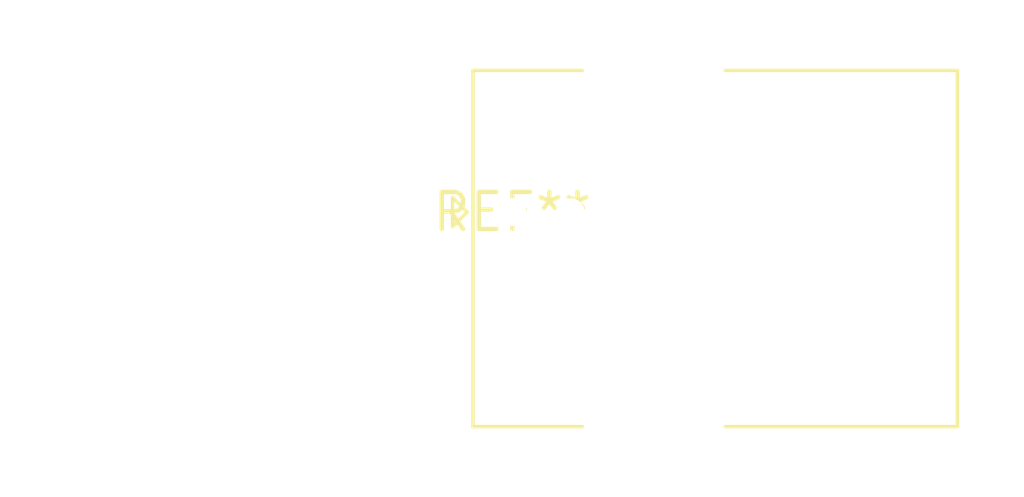
<source format=kicad_pcb>
(kicad_pcb (version 20240108) (generator pcbnew)
  (layers (0 "F.Cu" signal) (31 "B.Cu" signal) (34 "B.Paste" user) (35 "F.Paste" user) (36 "B.SilkS" user "B.Silkscreen") (37 "F.SilkS" user "F.Silkscreen") (38 "B.Mask" user) (39 "F.Mask" user) (44 "Edge.Cuts" user))
  (net 0 "")
  (footprint "USB_B_Lumberg_2411_02_Horizontal" (layer "F.Cu") (at 0 0)
    (property "Reference" "REF**")
    (property "Value" "USB_B_Lumberg_2411_02_Horizontal")
    (fp_line (start -2.05 -0.5) (end -2.05 0.5) (layer "F.SilkS") (stroke (width 0.12)))
    (fp_line (start -2.05 0.5) (end -1.55 0) (layer "F.SilkS") (stroke (width 0.12)))
    (fp_line (start -1.55 0) (end -2.05 -0.5) (layer "F.SilkS") (stroke (width 0.12)))
    (fp_line (start -1.35 -4.86) (end 2.4 -4.86) (layer "F.SilkS") (stroke (width 0.12)))
    (fp_line (start -1.35 7.36) (end -1.35 -4.86) (layer "F.SilkS") (stroke (width 0.12)))
    (fp_line (start -1.35 7.36) (end 2.4 7.36) (layer "F.SilkS") (stroke (width 0.12)))
    (fp_line (start 15.27 -4.86) (end 7.3 -4.86) (layer "F.SilkS") (stroke (width 0.12)))
    (fp_line (start 15.27 7.36) (end 7.3 7.36) (layer "F.SilkS") (stroke (width 0.12)))
    (fp_line (start 15.27 7.36) (end 15.27 -4.86) (layer "F.SilkS") (stroke (width 0.12)))
    (pad "1" thru_hole rect (at 0 0 90) (size 1.6 1.6) (drill 0.95) (layers *.Cu *.Mask) (remove_unused_layers))
    (pad "2" thru_hole circle (at 0 2.5 90) (size 1.6 1.6) (drill 0.95) (layers *.Cu *.Mask) (remove_unused_layers))
    (pad "3" thru_hole circle (at 2 2.5 90) (size 1.6 1.6) (drill 0.95) (layers *.Cu *.Mask) (remove_unused_layers))
    (pad "4" thru_hole circle (at 2 0 90) (size 1.6 1.6) (drill 0.95) (layers *.Cu *.Mask) (remove_unused_layers))
    (pad "5" thru_hole circle (at 4.86 -4.75 90) (size 4 4) (drill 2.3) (layers *.Cu *.Mask) (remove_unused_layers))
    (pad "5" thru_hole circle (at 4.86 7.25 90) (size 4 4) (drill 2.3) (layers *.Cu *.Mask) (remove_unused_layers))
  )
)
</source>
